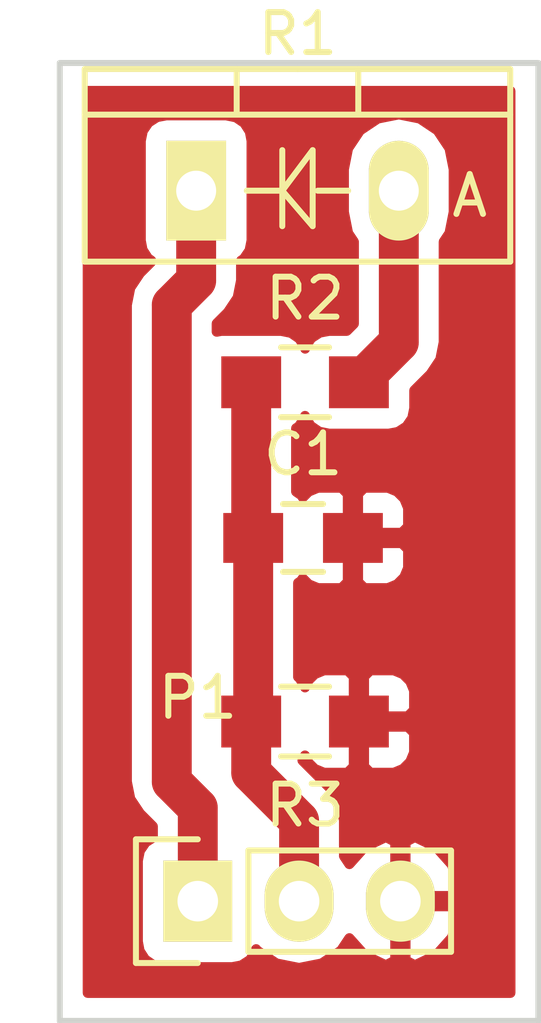
<source format=kicad_pcb>
(kicad_pcb (version 4) (host pcbnew "(2015-12-18 BZR 6383, Git 02d9bbb)-product")

  (general
    (links 7)
    (no_connects 0)
    (area 138.924999 89.924999 151.075001 114.075001)
    (thickness 1.6)
    (drawings 4)
    (tracks 14)
    (zones 0)
    (modules 5)
    (nets 5)
  )

  (page A4)
  (layers
    (0 F.Cu signal)
    (31 B.Cu signal)
    (32 B.Adhes user)
    (33 F.Adhes user)
    (34 B.Paste user)
    (35 F.Paste user)
    (36 B.SilkS user)
    (37 F.SilkS user)
    (38 B.Mask user)
    (39 F.Mask user)
    (40 Dwgs.User user)
    (41 Cmts.User user)
    (42 Eco1.User user)
    (43 Eco2.User user)
    (44 Edge.Cuts user)
    (45 Margin user)
    (46 B.CrtYd user)
    (47 F.CrtYd user)
    (48 B.Fab user)
    (49 F.Fab user)
  )

  (setup
    (last_trace_width 1)
    (user_trace_width 0.8)
    (user_trace_width 1)
    (user_trace_width 1.5)
    (user_trace_width 2)
    (trace_clearance 0.5)
    (zone_clearance 0.508)
    (zone_45_only no)
    (trace_min 0.5)
    (segment_width 0.2)
    (edge_width 0.15)
    (via_size 1.8)
    (via_drill 0.8)
    (via_min_size 1.8)
    (via_min_drill 0.8)
    (uvia_size 0.3)
    (uvia_drill 0.1)
    (uvias_allowed no)
    (uvia_min_size 0.2)
    (uvia_min_drill 0.1)
    (pcb_text_width 0.3)
    (pcb_text_size 1.5 1.5)
    (mod_edge_width 0.15)
    (mod_text_size 1 1)
    (mod_text_width 0.15)
    (pad_size 1.524 1.524)
    (pad_drill 0.762)
    (pad_to_mask_clearance 0.2)
    (aux_axis_origin 0 0)
    (visible_elements FFFFFF7F)
    (pcbplotparams
      (layerselection 0x00030_ffffffff)
      (usegerberextensions false)
      (excludeedgelayer true)
      (linewidth 0.100000)
      (plotframeref false)
      (viasonmask false)
      (mode 1)
      (useauxorigin false)
      (hpglpennumber 1)
      (hpglpenspeed 20)
      (hpglpendiameter 15)
      (hpglpenoverlay 2)
      (psnegative false)
      (psa4output false)
      (plotreference true)
      (plotvalue true)
      (plotinvisibletext false)
      (padsonsilk false)
      (subtractmaskfromsilk false)
      (outputformat 1)
      (mirror false)
      (drillshape 1)
      (scaleselection 1)
      (outputdirectory ""))
  )

  (net 0 "")
  (net 1 VCC)
  (net 2 GND)
  (net 3 "Net-(R1-Pad2)")
  (net 4 "Net-(C1-Pad1)")

  (net_class Default "This is the default net class."
    (clearance 0.5)
    (trace_width 0.5)
    (via_dia 1.8)
    (via_drill 0.8)
    (uvia_dia 0.3)
    (uvia_drill 0.1)
    (add_net GND)
    (add_net "Net-(C1-Pad1)")
    (add_net "Net-(R1-Pad2)")
    (add_net VCC)
  )

  (module Socket_Strips:Socket_Strip_Straight_1x03 (layer F.Cu) (tedit 54E9F429) (tstamp 56814DB5)
    (at 142.46 111)
    (descr "Through hole socket strip")
    (tags "socket strip")
    (path /56814BA5)
    (fp_text reference P1 (at 0 -5.1) (layer F.SilkS)
      (effects (font (size 1 1) (thickness 0.15)))
    )
    (fp_text value CONN_01X03 (at 0 -3.1) (layer F.Fab)
      (effects (font (size 1 1) (thickness 0.15)))
    )
    (fp_line (start 0 -1.55) (end -1.55 -1.55) (layer F.SilkS) (width 0.15))
    (fp_line (start -1.55 -1.55) (end -1.55 1.55) (layer F.SilkS) (width 0.15))
    (fp_line (start -1.55 1.55) (end 0 1.55) (layer F.SilkS) (width 0.15))
    (fp_line (start -1.75 -1.75) (end -1.75 1.75) (layer F.CrtYd) (width 0.05))
    (fp_line (start 6.85 -1.75) (end 6.85 1.75) (layer F.CrtYd) (width 0.05))
    (fp_line (start -1.75 -1.75) (end 6.85 -1.75) (layer F.CrtYd) (width 0.05))
    (fp_line (start -1.75 1.75) (end 6.85 1.75) (layer F.CrtYd) (width 0.05))
    (fp_line (start 1.27 -1.27) (end 6.35 -1.27) (layer F.SilkS) (width 0.15))
    (fp_line (start 6.35 -1.27) (end 6.35 1.27) (layer F.SilkS) (width 0.15))
    (fp_line (start 6.35 1.27) (end 1.27 1.27) (layer F.SilkS) (width 0.15))
    (fp_line (start 1.27 1.27) (end 1.27 -1.27) (layer F.SilkS) (width 0.15))
    (pad 1 thru_hole rect (at 0 0) (size 1.7272 2.032) (drill 1.016) (layers *.Cu *.Mask F.SilkS)
      (net 1 VCC))
    (pad 2 thru_hole oval (at 2.54 0) (size 1.7272 2.032) (drill 1.016) (layers *.Cu *.Mask F.SilkS)
      (net 4 "Net-(C1-Pad1)"))
    (pad 3 thru_hole oval (at 5.08 0) (size 1.7272 2.032) (drill 1.016) (layers *.Cu *.Mask F.SilkS)
      (net 2 GND))
    (model Socket_Strips.3dshapes/Socket_Strip_Straight_1x03.wrl
      (at (xyz 0.1 0 0))
      (scale (xyz 1 1 1))
      (rotate (xyz 0 0 180))
    )
  )

  (module Diodes_ThroughHole:Diode_TO-220_Vertical (layer F.Cu) (tedit 5538AE5F) (tstamp 56814DBB)
    (at 142.42 93.2)
    (descr "TO-220, Diode, Vertical,")
    (tags "TO-220, Diode, Vertical,")
    (path /568146E0)
    (fp_text reference R1 (at 2.54762 -3.92938) (layer F.SilkS)
      (effects (font (size 1 1) (thickness 0.15)))
    )
    (fp_text value Photores (at 2.0701 2.7051) (layer F.Fab)
      (effects (font (size 1 1) (thickness 0.15)))
    )
    (fp_text user A (at 6.858 0.127) (layer F.SilkS)
      (effects (font (size 1 1) (thickness 0.15)))
    )
    (fp_line (start 2.159 0) (end 1.27 0) (layer F.SilkS) (width 0.15))
    (fp_line (start 3.048 0) (end 3.81 0) (layer F.SilkS) (width 0.15))
    (fp_line (start 2.159 0) (end 2.921 -1.016) (layer F.SilkS) (width 0.15))
    (fp_line (start 2.921 -1.016) (end 2.921 0.889) (layer F.SilkS) (width 0.15))
    (fp_line (start 2.921 0.889) (end 2.159 0) (layer F.SilkS) (width 0.15))
    (fp_line (start 2.159 -1.016) (end 2.159 0.889) (layer F.SilkS) (width 0.15))
    (fp_line (start 1.016 -3.048) (end 1.016 -1.905) (layer F.SilkS) (width 0.15))
    (fp_line (start 4.064 -3.048) (end 4.064 -1.905) (layer F.SilkS) (width 0.15))
    (fp_line (start 7.874 -1.905) (end 7.874 1.778) (layer F.SilkS) (width 0.15))
    (fp_line (start 7.874 1.778) (end -2.794 1.778) (layer F.SilkS) (width 0.15))
    (fp_line (start -2.794 1.778) (end -2.794 -1.905) (layer F.SilkS) (width 0.15))
    (fp_line (start 7.874 -3.048) (end 7.874 -1.905) (layer F.SilkS) (width 0.15))
    (fp_line (start 7.874 -1.905) (end -2.794 -1.905) (layer F.SilkS) (width 0.15))
    (fp_line (start -2.794 -1.905) (end -2.794 -3.048) (layer F.SilkS) (width 0.15))
    (fp_line (start 2.54 -3.048) (end -2.794 -3.048) (layer F.SilkS) (width 0.15))
    (fp_line (start 2.54 -3.048) (end 7.874 -3.048) (layer F.SilkS) (width 0.15))
    (pad 1 thru_hole rect (at 0 0 90) (size 2.49936 1.50114) (drill 1.00076) (layers *.Cu *.Mask F.SilkS)
      (net 1 VCC))
    (pad 2 thru_hole oval (at 5.08 0 90) (size 2.49936 1.50114) (drill 1.00076) (layers *.Cu *.Mask F.SilkS)
      (net 3 "Net-(R1-Pad2)"))
    (model Diodes_ThroughHole.3dshapes/Diode_TO-220_Vertical.wrl
      (at (xyz 0.1 0 0))
      (scale (xyz 0.3937 0.3937 0.3937))
      (rotate (xyz 0 0 0))
    )
  )

  (module Resistors_SMD:R_0805_HandSoldering (layer F.Cu) (tedit 54189DEE) (tstamp 56814DC1)
    (at 145.15 98)
    (descr "Resistor SMD 0805, hand soldering")
    (tags "resistor 0805")
    (path /56814B06)
    (attr smd)
    (fp_text reference R2 (at 0 -2.1) (layer F.SilkS)
      (effects (font (size 1 1) (thickness 0.15)))
    )
    (fp_text value 600k (at 0 2.1) (layer F.Fab)
      (effects (font (size 1 1) (thickness 0.15)))
    )
    (fp_line (start -2.4 -1) (end 2.4 -1) (layer F.CrtYd) (width 0.05))
    (fp_line (start -2.4 1) (end 2.4 1) (layer F.CrtYd) (width 0.05))
    (fp_line (start -2.4 -1) (end -2.4 1) (layer F.CrtYd) (width 0.05))
    (fp_line (start 2.4 -1) (end 2.4 1) (layer F.CrtYd) (width 0.05))
    (fp_line (start 0.6 0.875) (end -0.6 0.875) (layer F.SilkS) (width 0.15))
    (fp_line (start -0.6 -0.875) (end 0.6 -0.875) (layer F.SilkS) (width 0.15))
    (pad 1 smd rect (at -1.35 0) (size 1.5 1.3) (layers F.Cu F.Paste F.Mask)
      (net 4 "Net-(C1-Pad1)"))
    (pad 2 smd rect (at 1.35 0) (size 1.5 1.3) (layers F.Cu F.Paste F.Mask)
      (net 3 "Net-(R1-Pad2)"))
    (model Resistors_SMD.3dshapes/R_0805_HandSoldering.wrl
      (at (xyz 0 0 0))
      (scale (xyz 1 1 1))
      (rotate (xyz 0 0 0))
    )
  )

  (module Resistors_SMD:R_0805_HandSoldering (layer F.Cu) (tedit 54189DEE) (tstamp 56814DC7)
    (at 145.15 106.5 180)
    (descr "Resistor SMD 0805, hand soldering")
    (tags "resistor 0805")
    (path /56814B49)
    (attr smd)
    (fp_text reference R3 (at 0 -2.1 180) (layer F.SilkS)
      (effects (font (size 1 1) (thickness 0.15)))
    )
    (fp_text value 200k (at 0 2.1 180) (layer F.Fab)
      (effects (font (size 1 1) (thickness 0.15)))
    )
    (fp_line (start -2.4 -1) (end 2.4 -1) (layer F.CrtYd) (width 0.05))
    (fp_line (start -2.4 1) (end 2.4 1) (layer F.CrtYd) (width 0.05))
    (fp_line (start -2.4 -1) (end -2.4 1) (layer F.CrtYd) (width 0.05))
    (fp_line (start 2.4 -1) (end 2.4 1) (layer F.CrtYd) (width 0.05))
    (fp_line (start 0.6 0.875) (end -0.6 0.875) (layer F.SilkS) (width 0.15))
    (fp_line (start -0.6 -0.875) (end 0.6 -0.875) (layer F.SilkS) (width 0.15))
    (pad 1 smd rect (at -1.35 0 180) (size 1.5 1.3) (layers F.Cu F.Paste F.Mask)
      (net 2 GND))
    (pad 2 smd rect (at 1.35 0 180) (size 1.5 1.3) (layers F.Cu F.Paste F.Mask)
      (net 4 "Net-(C1-Pad1)"))
    (model Resistors_SMD.3dshapes/R_0805_HandSoldering.wrl
      (at (xyz 0 0 0))
      (scale (xyz 1 1 1))
      (rotate (xyz 0 0 0))
    )
  )

  (module Capacitors_SMD:C_0805_HandSoldering (layer F.Cu) (tedit 541A9B8D) (tstamp 5688022C)
    (at 145.1 101.9)
    (descr "Capacitor SMD 0805, hand soldering")
    (tags "capacitor 0805")
    (path /568801DA)
    (attr smd)
    (fp_text reference C1 (at 0 -2.1) (layer F.SilkS)
      (effects (font (size 1 1) (thickness 0.15)))
    )
    (fp_text value 4.7nF (at 0 2.1) (layer F.Fab)
      (effects (font (size 1 1) (thickness 0.15)))
    )
    (fp_line (start -2.3 -1) (end 2.3 -1) (layer F.CrtYd) (width 0.05))
    (fp_line (start -2.3 1) (end 2.3 1) (layer F.CrtYd) (width 0.05))
    (fp_line (start -2.3 -1) (end -2.3 1) (layer F.CrtYd) (width 0.05))
    (fp_line (start 2.3 -1) (end 2.3 1) (layer F.CrtYd) (width 0.05))
    (fp_line (start 0.5 -0.85) (end -0.5 -0.85) (layer F.SilkS) (width 0.15))
    (fp_line (start -0.5 0.85) (end 0.5 0.85) (layer F.SilkS) (width 0.15))
    (pad 1 smd rect (at -1.25 0) (size 1.5 1.25) (layers F.Cu F.Paste F.Mask)
      (net 4 "Net-(C1-Pad1)"))
    (pad 2 smd rect (at 1.25 0) (size 1.5 1.25) (layers F.Cu F.Paste F.Mask)
      (net 2 GND))
    (model Capacitors_SMD.3dshapes/C_0805_HandSoldering.wrl
      (at (xyz 0 0 0))
      (scale (xyz 1 1 1))
      (rotate (xyz 0 0 0))
    )
  )

  (gr_line (start 139 114) (end 139 90) (layer Edge.Cuts) (width 0.15))
  (gr_line (start 151 114) (end 139 114) (layer Edge.Cuts) (width 0.15))
  (gr_line (start 151 90) (end 151 114) (layer Edge.Cuts) (width 0.15))
  (gr_line (start 139 90) (end 151 90) (layer Edge.Cuts) (width 0.15))

  (segment (start 142.42 93.2) (end 142.42 95.44968) (width 1) (layer F.Cu) (net 1))
  (segment (start 142.42 95.44968) (end 141.808336 96.061344) (width 1) (layer F.Cu) (net 1))
  (segment (start 141.808336 96.061344) (end 141.808336 108.008336) (width 1) (layer F.Cu) (net 1))
  (segment (start 141.808336 108.008336) (end 142.46 108.66) (width 1) (layer F.Cu) (net 1))
  (segment (start 142.46 108.66) (end 142.46 111) (width 1) (layer F.Cu) (net 1))
  (segment (start 147.5 93.2) (end 147.5 97) (width 1) (layer F.Cu) (net 3))
  (segment (start 147.5 97) (end 146.5 98) (width 1) (layer F.Cu) (net 3))
  (segment (start 143.8 106.5) (end 143.8 107.784) (width 1) (layer F.Cu) (net 4))
  (segment (start 143.8 107.784) (end 145 108.984) (width 1) (layer F.Cu) (net 4))
  (segment (start 145 108.984) (end 145 111) (width 1) (layer F.Cu) (net 4))
  (segment (start 143.85 101.9) (end 143.85 106.45) (width 1) (layer F.Cu) (net 4))
  (segment (start 143.85 106.45) (end 143.8 106.5) (width 1) (layer F.Cu) (net 4))
  (segment (start 143.8 98) (end 143.8 101.85) (width 1) (layer F.Cu) (net 4))
  (segment (start 143.8 101.85) (end 143.85 101.9) (width 1) (layer F.Cu) (net 4))

  (zone (net 2) (net_name GND) (layer F.Cu) (tstamp 0) (hatch edge 0.508)
    (connect_pads (clearance 0.5))
    (min_thickness 0.25)
    (fill yes (arc_segments 16) (thermal_gap 0.508) (thermal_bridge_width 0.508))
    (polygon
      (pts
        (xy 139 90) (xy 151 90) (xy 151 114) (xy 139 114)
      )
    )
    (filled_polygon
      (pts
        (xy 150.3 113.3) (xy 139.7 113.3) (xy 139.7 96.061344) (xy 140.683336 96.061344) (xy 140.683336 108.008336)
        (xy 140.768972 108.438855) (xy 141.012841 108.803831) (xy 141.335 109.12599) (xy 141.335 109.409506) (xy 141.152068 109.527219)
        (xy 141.009362 109.736076) (xy 140.959156 109.984) (xy 140.959156 112.016) (xy 141.002737 112.247611) (xy 141.139619 112.460332)
        (xy 141.348476 112.603038) (xy 141.5964 112.653244) (xy 143.3236 112.653244) (xy 143.555211 112.609663) (xy 143.767932 112.472781)
        (xy 143.910638 112.263924) (xy 143.92335 112.201153) (xy 143.947401 112.237148) (xy 144.430337 112.559836) (xy 145 112.673149)
        (xy 145.569663 112.559836) (xy 146.052599 112.237148) (xy 146.260611 111.925837) (xy 146.640798 112.350235) (xy 147.167637 112.603165)
        (xy 147.17934 112.604893) (xy 147.411 112.484519) (xy 147.411 111.129) (xy 147.669 111.129) (xy 147.669 112.484519)
        (xy 147.90066 112.604893) (xy 147.912363 112.603165) (xy 148.439202 112.350235) (xy 148.829146 111.914945) (xy 149.022829 111.363565)
        (xy 148.879356 111.129) (xy 147.669 111.129) (xy 147.411 111.129) (xy 147.391 111.129) (xy 147.391 110.871)
        (xy 147.411 110.871) (xy 147.411 109.515481) (xy 147.669 109.515481) (xy 147.669 110.871) (xy 148.879356 110.871)
        (xy 149.022829 110.636435) (xy 148.829146 110.085055) (xy 148.439202 109.649765) (xy 147.912363 109.396835) (xy 147.90066 109.395107)
        (xy 147.669 109.515481) (xy 147.411 109.515481) (xy 147.17934 109.395107) (xy 147.167637 109.396835) (xy 146.640798 109.649765)
        (xy 146.260611 110.074163) (xy 146.125 109.871208) (xy 146.125 108.984) (xy 146.039364 108.553481) (xy 145.795495 108.188505)
        (xy 145.083406 107.476416) (xy 145.137038 107.397924) (xy 145.147053 107.348467) (xy 145.213369 107.508566) (xy 145.391435 107.686632)
        (xy 145.624089 107.783) (xy 146.21275 107.783) (xy 146.371 107.62475) (xy 146.371 106.629) (xy 146.629 106.629)
        (xy 146.629 107.62475) (xy 146.78725 107.783) (xy 147.375911 107.783) (xy 147.608565 107.686632) (xy 147.786631 107.508566)
        (xy 147.883 107.275912) (xy 147.883 106.78725) (xy 147.72475 106.629) (xy 146.629 106.629) (xy 146.371 106.629)
        (xy 146.351 106.629) (xy 146.351 106.371) (xy 146.371 106.371) (xy 146.371 105.37525) (xy 146.629 105.37525)
        (xy 146.629 106.371) (xy 147.72475 106.371) (xy 147.883 106.21275) (xy 147.883 105.724088) (xy 147.786631 105.491434)
        (xy 147.608565 105.313368) (xy 147.375911 105.217) (xy 146.78725 105.217) (xy 146.629 105.37525) (xy 146.371 105.37525)
        (xy 146.21275 105.217) (xy 145.624089 105.217) (xy 145.391435 105.313368) (xy 145.213369 105.491434) (xy 145.149011 105.646808)
        (xy 145.143663 105.618389) (xy 145.006781 105.405668) (xy 144.975 105.383953) (xy 144.975 103.026395) (xy 145.044332 102.981781)
        (xy 145.091927 102.912124) (xy 145.241435 103.061632) (xy 145.474089 103.158) (xy 146.06275 103.158) (xy 146.221 102.99975)
        (xy 146.221 102.029) (xy 146.479 102.029) (xy 146.479 102.99975) (xy 146.63725 103.158) (xy 147.225911 103.158)
        (xy 147.458565 103.061632) (xy 147.636631 102.883566) (xy 147.733 102.650912) (xy 147.733 102.18725) (xy 147.57475 102.029)
        (xy 146.479 102.029) (xy 146.221 102.029) (xy 146.201 102.029) (xy 146.201 101.771) (xy 146.221 101.771)
        (xy 146.221 100.80025) (xy 146.479 100.80025) (xy 146.479 101.771) (xy 147.57475 101.771) (xy 147.733 101.61275)
        (xy 147.733 101.149088) (xy 147.636631 100.916434) (xy 147.458565 100.738368) (xy 147.225911 100.642) (xy 146.63725 100.642)
        (xy 146.479 100.80025) (xy 146.221 100.80025) (xy 146.06275 100.642) (xy 145.474089 100.642) (xy 145.241435 100.738368)
        (xy 145.092941 100.886862) (xy 145.056781 100.830668) (xy 144.925 100.740626) (xy 144.925 99.151395) (xy 144.994332 99.106781)
        (xy 145.137038 98.897924) (xy 145.148633 98.840667) (xy 145.156337 98.881611) (xy 145.293219 99.094332) (xy 145.502076 99.237038)
        (xy 145.75 99.287244) (xy 147.25 99.287244) (xy 147.481611 99.243663) (xy 147.694332 99.106781) (xy 147.837038 98.897924)
        (xy 147.887244 98.65) (xy 147.887244 98.203746) (xy 148.295495 97.795495) (xy 148.539365 97.430518) (xy 148.625 97)
        (xy 148.625 94.480541) (xy 148.770861 94.262245) (xy 148.87557 93.735837) (xy 148.87557 92.664163) (xy 148.770861 92.137755)
        (xy 148.472675 91.691488) (xy 148.026408 91.393302) (xy 147.5 91.288593) (xy 146.973592 91.393302) (xy 146.527325 91.691488)
        (xy 146.229139 92.137755) (xy 146.12443 92.664163) (xy 146.12443 93.735837) (xy 146.229139 94.262245) (xy 146.375 94.480541)
        (xy 146.375 96.53401) (xy 146.196254 96.712756) (xy 145.75 96.712756) (xy 145.518389 96.756337) (xy 145.305668 96.893219)
        (xy 145.162962 97.102076) (xy 145.151367 97.159333) (xy 145.143663 97.118389) (xy 145.006781 96.905668) (xy 144.797924 96.762962)
        (xy 144.55 96.712756) (xy 143.05 96.712756) (xy 142.933336 96.734708) (xy 142.933336 96.527334) (xy 143.215495 96.245175)
        (xy 143.459365 95.880198) (xy 143.545 95.44968) (xy 143.545 94.951442) (xy 143.614902 94.906461) (xy 143.757608 94.697604)
        (xy 143.807814 94.44968) (xy 143.807814 91.95032) (xy 143.764233 91.718709) (xy 143.627351 91.505988) (xy 143.418494 91.363282)
        (xy 143.17057 91.313076) (xy 141.66943 91.313076) (xy 141.437819 91.356657) (xy 141.225098 91.493539) (xy 141.082392 91.702396)
        (xy 141.032186 91.95032) (xy 141.032186 94.44968) (xy 141.075767 94.681291) (xy 141.212649 94.894012) (xy 141.295 94.95028)
        (xy 141.295 94.98369) (xy 141.012841 95.265849) (xy 140.768972 95.630825) (xy 140.683336 96.061344) (xy 139.7 96.061344)
        (xy 139.7 90.7) (xy 150.3 90.7)
      )
    )
  )
)

</source>
